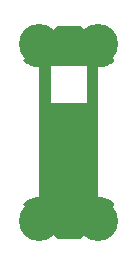
<source format=gbr>
%TF.GenerationSoftware,KiCad,Pcbnew,6.0.11+dfsg-1*%
%TF.CreationDate,2023-06-30T12:50:15+02:00*%
%TF.ProjectId,pcb-connector,7063622d-636f-46e6-9e65-63746f722e6b,2*%
%TF.SameCoordinates,Original*%
%TF.FileFunction,Soldermask,Bot*%
%TF.FilePolarity,Negative*%
%FSLAX46Y46*%
G04 Gerber Fmt 4.6, Leading zero omitted, Abs format (unit mm)*
G04 Created by KiCad (PCBNEW 6.0.11+dfsg-1) date 2023-06-30 12:50:15*
%MOMM*%
%LPD*%
G01*
G04 APERTURE LIST*
%ADD10C,3.400000*%
G04 APERTURE END LIST*
D10*
%TO.C,H4*%
X145000000Y-90000000D03*
%TD*%
%TO.C,H3*%
X150000000Y-75000000D03*
%TD*%
%TO.C,H1*%
X145000000Y-75000000D03*
%TD*%
%TO.C,H2*%
X150000000Y-90000000D03*
%TD*%
G36*
X149942121Y-79756187D02*
G01*
X149988614Y-79809843D01*
X150000000Y-79862185D01*
X150000000Y-87981885D01*
X150004475Y-87997124D01*
X150007518Y-87999761D01*
X150011442Y-88000750D01*
X150252810Y-88016570D01*
X150269150Y-88018721D01*
X150509538Y-88066537D01*
X150525459Y-88070803D01*
X150757548Y-88149587D01*
X150772774Y-88155894D01*
X150992592Y-88264296D01*
X151006866Y-88272537D01*
X151210658Y-88408706D01*
X151223733Y-88418739D01*
X151313070Y-88497085D01*
X151351098Y-88557038D01*
X151350676Y-88628034D01*
X151319088Y-88680912D01*
X148536905Y-91463095D01*
X148474593Y-91497121D01*
X148447810Y-91500000D01*
X146552190Y-91500000D01*
X146484069Y-91479998D01*
X146463095Y-91463095D01*
X143680912Y-88680912D01*
X143646886Y-88618600D01*
X143651951Y-88547785D01*
X143686930Y-88497085D01*
X143776267Y-88418739D01*
X143789342Y-88408706D01*
X143993131Y-88272539D01*
X144007404Y-88264298D01*
X144227230Y-88155891D01*
X144242458Y-88149584D01*
X144474540Y-88070803D01*
X144490460Y-88066537D01*
X144730850Y-88018721D01*
X144747190Y-88016570D01*
X144981921Y-88001185D01*
X144996838Y-87995722D01*
X144999271Y-87992513D01*
X145000000Y-87988537D01*
X145000000Y-80116185D01*
X145020002Y-80048064D01*
X145073658Y-80001571D01*
X145126000Y-79990185D01*
X148981885Y-79990185D01*
X148997124Y-79985710D01*
X148998329Y-79984320D01*
X149000000Y-79976637D01*
X149000000Y-79862185D01*
X149020002Y-79794064D01*
X149073658Y-79747571D01*
X149126000Y-79736185D01*
X149874000Y-79736185D01*
X149942121Y-79756187D01*
G37*
G36*
X150664683Y-76666002D02*
G01*
X150711176Y-76719658D01*
X150721280Y-76789932D01*
X150691786Y-76854512D01*
X150637063Y-76891313D01*
X150525460Y-76929197D01*
X150509540Y-76933463D01*
X150269150Y-76981279D01*
X150252810Y-76983430D01*
X150018079Y-76998815D01*
X150003162Y-77004278D01*
X150000729Y-77007487D01*
X150000000Y-77011463D01*
X150000000Y-80128000D01*
X149979998Y-80196121D01*
X149926342Y-80242614D01*
X149874000Y-80254000D01*
X149003088Y-80254000D01*
X148996906Y-80253848D01*
X148981291Y-80253081D01*
X148968985Y-80251869D01*
X148956574Y-80250028D01*
X148944448Y-80247616D01*
X148932267Y-80244565D01*
X148920435Y-80240976D01*
X148908629Y-80236752D01*
X148897194Y-80232015D01*
X148893110Y-80230083D01*
X148840085Y-80182872D01*
X148821002Y-80114488D01*
X148841920Y-80046643D01*
X148896197Y-80000877D01*
X148946991Y-79990185D01*
X148981885Y-79990185D01*
X148997124Y-79985710D01*
X148998329Y-79984320D01*
X149000000Y-79976637D01*
X149000000Y-76918115D01*
X148995525Y-76902876D01*
X148994135Y-76901671D01*
X148986452Y-76900000D01*
X148979162Y-76900000D01*
X148911041Y-76879998D01*
X148864548Y-76826342D01*
X148854444Y-76756068D01*
X148883938Y-76691488D01*
X148943664Y-76653104D01*
X148960671Y-76649364D01*
X148968982Y-76648131D01*
X148981291Y-76646919D01*
X148996906Y-76646152D01*
X149003088Y-76646000D01*
X150596562Y-76646000D01*
X150664683Y-76666002D01*
G37*
G36*
X148515931Y-73520002D02*
G01*
X148536905Y-73536905D01*
X151319088Y-76319088D01*
X151353114Y-76381400D01*
X151348049Y-76452215D01*
X151313070Y-76502915D01*
X151223733Y-76581261D01*
X151210658Y-76591294D01*
X151006869Y-76727461D01*
X150992596Y-76735702D01*
X150772770Y-76844109D01*
X150757542Y-76850416D01*
X150525460Y-76929197D01*
X150509540Y-76933463D01*
X150269150Y-76981279D01*
X150252810Y-76983430D01*
X150018079Y-76998815D01*
X150003162Y-77004278D01*
X150000729Y-77007487D01*
X150000000Y-77011463D01*
X150000000Y-77028000D01*
X149979998Y-77096121D01*
X149926342Y-77142614D01*
X149874000Y-77154000D01*
X149126000Y-77154000D01*
X149057879Y-77133998D01*
X149011386Y-77080342D01*
X149000000Y-77028000D01*
X149000000Y-76918115D01*
X148995525Y-76902876D01*
X148994135Y-76901671D01*
X148986452Y-76900000D01*
X146018115Y-76900000D01*
X146002876Y-76904475D01*
X146001671Y-76905865D01*
X146000000Y-76913548D01*
X146000000Y-77028000D01*
X145979998Y-77096121D01*
X145926342Y-77142614D01*
X145874000Y-77154000D01*
X145126000Y-77154000D01*
X145057879Y-77133998D01*
X145011386Y-77080342D01*
X145000000Y-77028000D01*
X145000000Y-77018115D01*
X144995525Y-77002876D01*
X144992482Y-77000239D01*
X144988558Y-76999250D01*
X144747190Y-76983430D01*
X144730850Y-76981279D01*
X144490462Y-76933463D01*
X144474541Y-76929197D01*
X144242452Y-76850413D01*
X144227226Y-76844106D01*
X144007408Y-76735704D01*
X143993134Y-76727463D01*
X143789342Y-76591294D01*
X143776267Y-76581261D01*
X143686930Y-76502915D01*
X143648902Y-76442962D01*
X143649324Y-76371966D01*
X143680912Y-76319088D01*
X146463095Y-73536905D01*
X146525407Y-73502879D01*
X146552190Y-73500000D01*
X148447810Y-73500000D01*
X148515931Y-73520002D01*
G37*
G36*
X146003094Y-76646152D02*
G01*
X146018709Y-76646919D01*
X146031018Y-76648131D01*
X146039329Y-76649364D01*
X146103777Y-76679146D01*
X146141892Y-76739044D01*
X146141574Y-76810040D01*
X146102923Y-76869593D01*
X146038210Y-76898797D01*
X146020838Y-76900000D01*
X146018115Y-76900000D01*
X146002876Y-76904475D01*
X146001671Y-76905865D01*
X146000000Y-76913548D01*
X146000000Y-79972070D01*
X146004475Y-79987309D01*
X146005865Y-79988514D01*
X146013548Y-79990185D01*
X146053009Y-79990185D01*
X146121130Y-80010187D01*
X146167623Y-80063843D01*
X146177727Y-80134117D01*
X146148233Y-80198697D01*
X146106890Y-80230083D01*
X146102806Y-80232015D01*
X146091371Y-80236752D01*
X146079565Y-80240976D01*
X146067733Y-80244565D01*
X146055552Y-80247616D01*
X146043426Y-80250028D01*
X146031015Y-80251869D01*
X146018709Y-80253081D01*
X146003094Y-80253848D01*
X145996912Y-80254000D01*
X145126000Y-80254000D01*
X145057879Y-80233998D01*
X145011386Y-80180342D01*
X145000000Y-80128000D01*
X145000000Y-77018115D01*
X144995525Y-77002876D01*
X144992482Y-77000239D01*
X144988558Y-76999250D01*
X144747190Y-76983430D01*
X144730850Y-76981279D01*
X144490462Y-76933463D01*
X144474542Y-76929197D01*
X144362939Y-76891313D01*
X144304863Y-76850476D01*
X144278084Y-76784723D01*
X144291105Y-76714931D01*
X144339792Y-76663258D01*
X144403440Y-76646000D01*
X145996912Y-76646000D01*
X146003094Y-76646152D01*
G37*
M02*

</source>
